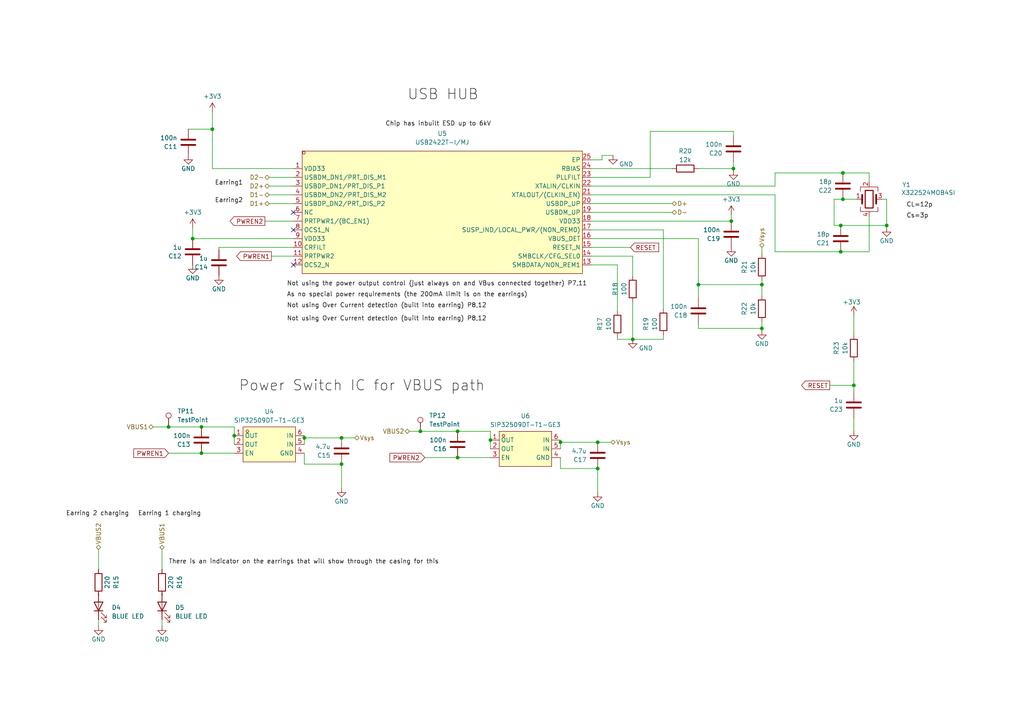
<source format=kicad_sch>
(kicad_sch (version 20230121) (generator eeschema)
  (paper "A4")
  (lib_symbols
    (symbol "Connector:TestPoint" (pin_numbers hide) (pin_names (offset 0.762) hide)
      (property "Reference" "TP" (at 0 6.858 0))
      (property "Value" "TestPoint" (at 0 5.08 0))
      (symbol "TestPoint_0_1"
        (circle (center 0 3.302) (radius 0.762))
      )
      (symbol "TestPoint_1_1"
        (pin passive line (at 0 0 90) (length 2.54) (name "1") (number "1"))
      )
    )
    (symbol "Device:C" (pin_numbers hide) (pin_names (offset 0.254))
      (property "Reference" "C" (at 0.635 2.54 0))
      (property "Value" "C" (at 0.635 -2.54 0))
      (symbol "C_0_1"
        (polyline (pts (xy -2.032 -0.762) (xy 2.032 -0.762)) (stroke (width 0.508)))
        (polyline (pts (xy -2.032 0.762) (xy 2.032 0.762)) (stroke (width 0.508)))
      )
      (symbol "C_1_1"
        (pin passive line (at 0 3.81 270) (length 2.794) (name "~") (number "1"))
        (pin passive line (at 0 -3.81 90) (length 2.794) (name "~") (number "2"))
      )
    )
    (symbol "Device:Crystal_GND24" (pin_names (offset 1.016) hide)
      (property "Reference" "Y" (at 3.175 5.08 0))
      (property "Value" "Crystal_GND24" (at 3.175 3.175 0))
      (symbol "Crystal_GND24_0_1"
        (rectangle (start -1.143 2.54) (end 1.143 -2.54) (stroke (width 0.3048)))
        (polyline (pts (xy -2.54 0) (xy -2.032 0)))
        (polyline (pts (xy -2.032 -1.27) (xy -2.032 1.27)) (stroke (width 0.508)))
        (polyline (pts (xy 0 -3.81) (xy 0 -3.556)))
        (polyline (pts (xy 0 3.556) (xy 0 3.81)))
        (polyline (pts (xy 2.032 -1.27) (xy 2.032 1.27)) (stroke (width 0.508)))
        (polyline (pts (xy 2.032 0) (xy 2.54 0)))
        (polyline (pts (xy -2.54 -2.286) (xy -2.54 -3.556) (xy 2.54 -3.556) (xy 2.54 -2.286)))
        (polyline (pts (xy -2.54 2.286) (xy -2.54 3.556) (xy 2.54 3.556) (xy 2.54 2.286)))
      )
      (symbol "Crystal_GND24_1_1"
        (pin passive line (at -3.81 0 0) (length 1.27) (name "1") (number "1"))
        (pin passive line (at 0 5.08 270) (length 1.27) (name "2") (number "2"))
        (pin passive line (at 3.81 0 180) (length 1.27) (name "3") (number "3"))
        (pin passive line (at 0 -5.08 90) (length 1.27) (name "4") (number "4"))
      )
    )
    (symbol "Device:LED" (pin_numbers hide) (pin_names (offset 1.016) hide)
      (property "Reference" "D" (at 0 2.54 0))
      (property "Value" "LED" (at 0 -2.54 0))
      (symbol "LED_0_1"
        (polyline (pts (xy -1.27 -1.27) (xy -1.27 1.27)) (stroke (width 0.254)))
        (polyline (pts (xy -1.27 0) (xy 1.27 0)))
        (polyline (pts (xy 1.27 -1.27) (xy 1.27 1.27) (xy -1.27 0) (xy 1.27 -1.27)) (stroke (width 0.254)))
        (polyline (pts (xy -3.048 -0.762) (xy -4.572 -2.286) (xy -3.81 -2.286) (xy -4.572 -2.286) (xy -4.572 -1.524)))
        (polyline (pts (xy -1.778 -0.762) (xy -3.302 -2.286) (xy -2.54 -2.286) (xy -3.302 -2.286) (xy -3.302 -1.524)))
      )
      (symbol "LED_1_1"
        (pin passive line (at -3.81 0 0) (length 2.54) (name "K") (number "1"))
        (pin passive line (at 3.81 0 180) (length 2.54) (name "A") (number "2"))
      )
    )
    (symbol "Device:R" (pin_numbers hide) (pin_names (offset 0))
      (property "Reference" "R" (at 2.032 0 90))
      (property "Value" "R" (at 0 0 90))
      (symbol "R_0_1"
        (rectangle (start -1.016 -2.54) (end 1.016 2.54) (stroke (width 0.254)))
      )
      (symbol "R_1_1"
        (pin passive line (at 0 3.81 270) (length 1.27) (name "~") (number "1"))
        (pin passive line (at 0 -3.81 90) (length 1.27) (name "~") (number "2"))
      )
    )
    (symbol "easyeda2kicad:SIP32509DT-T1-GE3"
      (property "Reference" "U" (at 0 7.62 0))
      (property "Value" "SIP32509DT-T1-GE3" (at 0 -7.62 0))
      (symbol "SIP32509DT-T1-GE3_0_1"
        (rectangle (start -7.62 5.08) (end 7.62 -5.08) (fill (type background)))
        (circle (center -6.35 3.81) (radius 0.38))
        (pin unspecified line (at -10.16 2.54 0) (length 2.54) (name "OUT") (number "1"))
        (pin unspecified line (at -10.16 0 0) (length 2.54) (name "OUT") (number "2"))
        (pin unspecified line (at -10.16 -2.54 0) (length 2.54) (name "EN") (number "3"))
        (pin unspecified line (at 10.16 -2.54 180) (length 2.54) (name "GND") (number "4"))
        (pin unspecified line (at 10.16 0 180) (length 2.54) (name "IN") (number "5"))
        (pin unspecified line (at 10.16 2.54 180) (length 2.54) (name "IN") (number "6"))
      )
    )
    (symbol "easyeda2kicad:USB2422T-I_MJ"
      (property "Reference" "U" (at 0 20.32 0))
      (property "Value" "USB2422T-I/MJ" (at 0 -20.32 0))
      (symbol "USB2422T-I_MJ_0_1"
        (rectangle (start -40.64 17.78) (end 40.64 -17.78) (fill (type background)))
        (circle (center -40.13 17.27) (radius 0.38))
        (pin unspecified line (at -43.18 12.7 0) (length 2.54) (name "VDD33") (number "1"))
        (pin unspecified line (at -43.18 -10.16 0) (length 2.54) (name "CRFILT") (number "10"))
        (pin unspecified line (at -43.18 -12.7 0) (length 2.54) (name "PRTPWR2") (number "11"))
        (pin unspecified line (at -43.18 -15.24 0) (length 2.54) (name "OCS2_N") (number "12"))
        (pin unspecified line (at 43.18 -15.24 180) (length 2.54) (name "SMBDATA/NON_REM1") (number "13"))
        (pin unspecified line (at 43.18 -12.7 180) (length 2.54) (name "SMBCLK/CFG_SEL0") (number "14"))
        (pin unspecified line (at 43.18 -10.16 180) (length 2.54) (name "RESET_N") (number "15"))
        (pin unspecified line (at 43.18 -7.62 180) (length 2.54) (name "VBUS_DET") (number "16"))
        (pin unspecified line (at 43.18 -5.08 180) (length 2.54) (name "SUSP_IND/LOCAL_PWR/(NON_REM0)") (number "17"))
        (pin unspecified line (at 43.18 -2.54 180) (length 2.54) (name "VDD33") (number "18"))
        (pin unspecified line (at 43.18 0 180) (length 2.54) (name "USBDM_UP") (number "19"))
        (pin unspecified line (at -43.18 10.16 0) (length 2.54) (name "USBDM_DN1/PRT_DIS_M1") (number "2"))
        (pin unspecified line (at 43.18 2.54 180) (length 2.54) (name "USBDP_UP") (number "20"))
        (pin unspecified line (at 43.18 5.08 180) (length 2.54) (name "XTALOUT/(CLKIN_EN)") (number "21"))
        (pin unspecified line (at 43.18 7.62 180) (length 2.54) (name "XTALIN/CLKIN") (number "22"))
        (pin unspecified line (at 43.18 10.16 180) (length 2.54) (name "PLLFILT") (number "23"))
        (pin unspecified line (at 43.18 12.7 180) (length 2.54) (name "RBIAS") (number "24"))
        (pin unspecified line (at 43.18 15.24 180) (length 2.54) (name "EP") (number "25"))
        (pin unspecified line (at -43.18 7.62 0) (length 2.54) (name "USBDP_DN1/PRT_DIS_P1") (number "3"))
        (pin unspecified line (at -43.18 5.08 0) (length 2.54) (name "USBDM_DN2/PRT_DIS_M2") (number "4"))
        (pin unspecified line (at -43.18 2.54 0) (length 2.54) (name "USBDP_DN2/PRT_DIS_P2") (number "5"))
        (pin unspecified line (at -43.18 0 0) (length 2.54) (name "NC") (number "6"))
        (pin unspecified line (at -43.18 -2.54 0) (length 2.54) (name "PRTPWR1/(BC_EN1)") (number "7"))
        (pin unspecified line (at -43.18 -5.08 0) (length 2.54) (name "OCS1_N") (number "8"))
        (pin unspecified line (at -43.18 -7.62 0) (length 2.54) (name "VDD33") (number "9"))
      )
    )
    (symbol "power:+3V3" (power) (pin_names (offset 0))
      (property "Value" "+3V3" (at 0 3.556 0))
      (symbol "+3V3_0_1"
        (polyline (pts (xy -0.762 1.27) (xy 0 2.54)))
        (polyline (pts (xy 0 0) (xy 0 2.54)))
        (polyline (pts (xy 0 2.54) (xy 0.762 1.27)))
      )
      (symbol "+3V3_1_1"
        (pin power_in line (at 0 0 90) (length 0) hide (name "+3V3") (number "1"))
      )
    )
    (symbol "power:GND" (power) (pin_names (offset 0))
      (property "Value" "GND" (at 0 -3.81 0))
      (symbol "GND_0_1"
        (polyline (pts (xy 0 0) (xy 0 -1.27) (xy 1.27 -1.27) (xy 0 -2.54) (xy -1.27 -1.27) (xy 0 -1.27)))
      )
      (symbol "GND_1_1"
        (pin power_in line (at 0 0 270) (length 0) hide (name "GND") (number "1"))
      )
    )
  )
  (junction (at 99.06 127))
  (junction (at 243.84 73.025))
  (junction (at 183.515 98.425))
  (junction (at 244.475 57.785))
  (junction (at 212.725 48.895))
  (junction (at 247.65 111.76))
  (junction (at 132.715 132.715))
  (junction (at 173.355 128.27))
  (junction (at 48.895 123.825))
  (junction (at 88.265 127))
  (junction (at 58.42 123.825))
  (junction (at 162.56 128.27))
  (junction (at 202.565 82.55))
  (junction (at 220.98 95.25))
  (junction (at 99.06 134.62))
  (junction (at 121.92 125.095))
  (junction (at 243.84 65.405))
  (junction (at 67.945 126.365))
  (junction (at 132.715 125.095))
  (junction (at 55.88 69.215))
  (junction (at 220.98 82.55))
  (junction (at 212.09 64.135))
  (junction (at 142.24 127.635))
  (junction (at 244.475 50.165))
  (junction (at 173.355 135.89))
  (junction (at 61.595 37.465))
  (junction (at 58.42 131.445))
  (junction (at 257.175 65.405))
  (no_connect (at 85.09 66.675))
  (no_connect (at 85.09 61.595))
  (no_connect (at 85.09 76.835))
  (wire (pts (xy 244.475 50.165) (xy 252.095 50.165)))
  (wire (pts (xy 247.65 111.76) (xy 247.65 104.775)))
  (wire (pts (xy 99.06 127) (xy 102.87 127)))
  (wire (pts (xy 220.98 95.885) (xy 220.98 95.25)))
  (wire (pts (xy 188.595 38.1) (xy 212.725 38.1)))
  (wire (pts (xy 55.88 66.04) (xy 55.88 69.215)))
  (wire (pts (xy 212.725 49.53) (xy 212.725 48.895)))
  (wire (pts (xy 67.945 123.825) (xy 67.945 126.365)))
  (wire (pts (xy 220.98 85.725) (xy 220.98 82.55)))
  (wire (pts (xy 171.45 59.055) (xy 194.945 59.055)))
  (wire (pts (xy 179.07 98.425) (xy 179.07 97.79)))
  (wire (pts (xy 220.98 95.25) (xy 220.98 93.345)))
  (wire (pts (xy 118.745 125.095) (xy 121.92 125.095)))
  (wire (pts (xy 171.45 61.595) (xy 194.945 61.595)))
  (wire (pts (xy 63.5 72.39) (xy 63.5 71.755)))
  (wire (pts (xy 220.98 73.66) (xy 220.98 71.755)))
  (wire (pts (xy 182.88 71.755) (xy 171.45 71.755)))
  (wire (pts (xy 171.45 74.295) (xy 183.515 74.295)))
  (wire (pts (xy 162.56 135.89) (xy 162.56 132.715)))
  (wire (pts (xy 188.595 51.435) (xy 188.595 38.1)))
  (wire (pts (xy 54.61 37.465) (xy 61.595 37.465)))
  (wire (pts (xy 248.285 57.785) (xy 244.475 57.785)))
  (wire (pts (xy 202.565 82.55) (xy 202.565 69.215)))
  (wire (pts (xy 220.98 81.28) (xy 220.98 82.55)))
  (wire (pts (xy 202.565 82.55) (xy 202.565 86.36)))
  (wire (pts (xy 55.88 69.215) (xy 85.09 69.215)))
  (wire (pts (xy 171.45 64.135) (xy 212.09 64.135)))
  (wire (pts (xy 46.99 159.385) (xy 46.99 165.1)))
  (wire (pts (xy 202.565 95.25) (xy 202.565 93.98)))
  (wire (pts (xy 88.265 127) (xy 88.265 128.905)))
  (wire (pts (xy 257.175 57.785) (xy 255.905 57.785)))
  (wire (pts (xy 247.65 91.44) (xy 247.65 97.155)))
  (wire (pts (xy 132.715 132.715) (xy 142.24 132.715)))
  (wire (pts (xy 244.475 57.785) (xy 241.935 57.785)))
  (wire (pts (xy 142.24 127.635) (xy 142.24 130.175)))
  (wire (pts (xy 171.45 48.895) (xy 194.945 48.895)))
  (wire (pts (xy 183.515 98.425) (xy 179.07 98.425)))
  (wire (pts (xy 247.65 111.76) (xy 247.65 113.665)))
  (wire (pts (xy 241.935 57.785) (xy 241.935 65.405)))
  (wire (pts (xy 162.56 128.27) (xy 162.56 130.175)))
  (wire (pts (xy 171.45 51.435) (xy 188.595 51.435)))
  (wire (pts (xy 224.79 73.025) (xy 243.84 73.025)))
  (wire (pts (xy 88.265 134.62) (xy 88.265 131.445)))
  (wire (pts (xy 183.515 80.01) (xy 183.515 74.295)))
  (wire (pts (xy 174.625 46.355) (xy 171.45 46.355)))
  (wire (pts (xy 192.405 97.155) (xy 192.405 98.425)))
  (wire (pts (xy 28.575 179.705) (xy 28.575 181.61)))
  (wire (pts (xy 243.84 65.405) (xy 257.175 65.405)))
  (wire (pts (xy 173.355 135.89) (xy 162.56 135.89)))
  (wire (pts (xy 202.565 95.25) (xy 220.98 95.25)))
  (wire (pts (xy 46.99 172.72) (xy 46.99 172.085)))
  (wire (pts (xy 78.105 56.515) (xy 85.09 56.515)))
  (wire (pts (xy 61.595 37.465) (xy 61.595 48.895)))
  (wire (pts (xy 240.665 111.76) (xy 247.65 111.76)))
  (wire (pts (xy 88.265 127) (xy 99.06 127)))
  (wire (pts (xy 48.895 123.825) (xy 58.42 123.825)))
  (wire (pts (xy 67.945 126.365) (xy 67.945 128.905)))
  (wire (pts (xy 132.715 125.095) (xy 142.24 125.095)))
  (wire (pts (xy 78.105 59.055) (xy 85.09 59.055)))
  (wire (pts (xy 61.595 32.385) (xy 61.595 37.465)))
  (wire (pts (xy 28.575 172.72) (xy 28.575 172.085)))
  (wire (pts (xy 174.625 45.085) (xy 174.625 46.355)))
  (wire (pts (xy 58.42 123.825) (xy 67.945 123.825)))
  (wire (pts (xy 171.45 66.675) (xy 192.405 66.675)))
  (wire (pts (xy 76.835 64.135) (xy 85.09 64.135)))
  (wire (pts (xy 252.095 73.025) (xy 252.095 62.865)))
  (wire (pts (xy 123.19 132.715) (xy 132.715 132.715)))
  (wire (pts (xy 243.84 73.025) (xy 252.095 73.025)))
  (wire (pts (xy 212.725 46.99) (xy 212.725 48.895)))
  (wire (pts (xy 224.79 50.165) (xy 244.475 50.165)))
  (wire (pts (xy 241.935 65.405) (xy 243.84 65.405)))
  (wire (pts (xy 224.79 73.025) (xy 224.79 56.515)))
  (wire (pts (xy 48.895 131.445) (xy 58.42 131.445)))
  (wire (pts (xy 257.175 65.405) (xy 257.175 57.785)))
  (wire (pts (xy 162.56 128.27) (xy 162.56 127.635)))
  (wire (pts (xy 44.45 123.825) (xy 48.895 123.825)))
  (wire (pts (xy 177.8 45.085) (xy 174.625 45.085)))
  (wire (pts (xy 171.45 69.215) (xy 202.565 69.215)))
  (wire (pts (xy 99.06 141.605) (xy 99.06 134.62)))
  (wire (pts (xy 212.725 38.1) (xy 212.725 39.37)))
  (wire (pts (xy 63.5 71.755) (xy 85.09 71.755)))
  (wire (pts (xy 171.45 56.515) (xy 224.79 56.515)))
  (wire (pts (xy 121.92 125.095) (xy 132.715 125.095)))
  (wire (pts (xy 162.56 128.27) (xy 173.355 128.27)))
  (wire (pts (xy 171.45 53.975) (xy 224.79 53.975)))
  (wire (pts (xy 192.405 89.535) (xy 192.405 66.675)))
  (wire (pts (xy 202.565 48.895) (xy 212.725 48.895)))
  (wire (pts (xy 78.74 74.295) (xy 85.09 74.295)))
  (wire (pts (xy 99.06 134.62) (xy 88.265 134.62)))
  (wire (pts (xy 88.265 127) (xy 88.265 126.365)))
  (wire (pts (xy 46.99 179.705) (xy 46.99 181.61)))
  (wire (pts (xy 252.095 50.165) (xy 252.095 52.705)))
  (wire (pts (xy 58.42 131.445) (xy 67.945 131.445)))
  (wire (pts (xy 28.575 159.385) (xy 28.575 165.1)))
  (wire (pts (xy 247.65 121.285) (xy 247.65 125.095)))
  (wire (pts (xy 224.79 50.165) (xy 224.79 53.975)))
  (wire (pts (xy 179.07 90.17) (xy 179.07 76.835)))
  (wire (pts (xy 212.09 62.23) (xy 212.09 64.135)))
  (wire (pts (xy 142.24 125.095) (xy 142.24 127.635)))
  (wire (pts (xy 192.405 98.425) (xy 183.515 98.425)))
  (wire (pts (xy 173.355 142.875) (xy 173.355 135.89)))
  (wire (pts (xy 78.105 51.435) (xy 85.09 51.435)))
  (wire (pts (xy 183.515 87.63) (xy 183.515 98.425)))
  (wire (pts (xy 257.175 66.04) (xy 257.175 65.405)))
  (wire (pts (xy 78.105 53.975) (xy 85.09 53.975)))
  (wire (pts (xy 85.09 48.895) (xy 61.595 48.895)))
  (wire (pts (xy 202.565 82.55) (xy 220.98 82.55)))
  (wire (pts (xy 171.45 76.835) (xy 179.07 76.835)))
  (wire (pts (xy 173.355 128.27) (xy 177.165 128.27)))
  (label "Earring2" (at 70.485 59.055 180))
  (label "USB HUB" (at 118.11 29.845 0) (effects (font (size 3 3))))
  (label "Cs=3p" (at 262.89 63.5 0))
  (label "Earring 2 charging" (at 37.465 149.86 180))
  (label "Not using Over Current detection (built into earring) P8,12" (at 83.185 93.345 0))
  (label "Earring 1 charging" (at 40.005 149.86 0))
  (label "Chip has inbuilt ESD up to 6kV" (at 111.76 36.83 0))
  (label "CL=12p" (at 262.89 60.325 0))
  (label "Not using the power output control (just always on and VBus connected together) P7,11" (at 83.185 83.185 0))
  (label "Power Switch IC for VBUS path" (at 69.215 114.3 0) (effects (font (size 3 3))))
  (label "There is an indicator on the earrings that will show through the casing for this" (at 48.895 163.83 0))
  (label "Earring1" (at 70.485 53.975 180))
  (label "As no special power requirements (the 200mA limit is on the earrings)" (at 83.185 86.36 0))
  (label "Not using Over Current detection (built into earring) P8,12" (at 83.185 89.535 0))
  (global_label "PWREN1" (shape output) (at 78.74 74.295 180) (property "Intersheetrefs" "${INTERSHEET_REFS}" (effects hide)))
  (global_label "PWREN1" (shape input) (at 48.895 131.445 180) (property "Intersheetrefs" "${INTERSHEET_REFS}" (effects hide)))
  (global_label "RESET" (shape input) (at 182.88 71.755 0) (property "Intersheetrefs" "${INTERSHEET_REFS}" (effects hide)))
  (global_label "PWREN2" (shape output) (at 76.835 64.135 180) (property "Intersheetrefs" "${INTERSHEET_REFS}" (effects hide)))
  (global_label "PWREN2" (shape input) (at 123.19 132.715 180) (property "Intersheetrefs" "${INTERSHEET_REFS}" (effects hide)))
  (global_label "RESET" (shape output) (at 240.665 111.76 180) (property "Intersheetrefs" "${INTERSHEET_REFS}" (effects hide)))
  (hierarchical_label "D-" (shape bidirectional) (at 194.945 61.595 0))
  (hierarchical_label "Vsys" (shape bidirectional) (at 220.98 71.755 90))
  (hierarchical_label "Vsys" (shape bidirectional) (at 102.87 127 0))
  (hierarchical_label "D1-" (shape bidirectional) (at 78.105 56.515 180))
  (hierarchical_label "D+" (shape bidirectional) (at 194.945 59.055 0))
  (hierarchical_label "VBUS1" (shape bidirectional) (at 44.45 123.825 180))
  (hierarchical_label "D2+" (shape bidirectional) (at 78.105 53.975 180))
  (hierarchical_label "VBUS1" (shape bidirectional) (at 46.99 159.385 90))
  (hierarchical_label "D1+" (shape bidirectional) (at 78.105 59.055 180))
  (hierarchical_label "VBUS2" (shape bidirectional) (at 28.575 159.385 90))
  (hierarchical_label "D2-" (shape bidirectional) (at 78.105 51.435 180))
  (hierarchical_label "VBUS2" (shape bidirectional) (at 118.745 125.095 180))
  (hierarchical_label "Vsys" (shape bidirectional) (at 177.165 128.27 0))
  (symbol (lib_id "Device:R") (at 28.575 168.91 0) (unit 1)
    (property "Reference" "R15" (at 33.655 168.91 90))
    (property "Value" "220" (at 31.115 168.91 90))
    (property "Footprint" "Resistor_SMD:R_0402_1005Metric_Pad0.72x0.64mm_HandSolder" (effects hide))
    (property "LCSC Part" "C112291" (effects hide))
    (instances (project "Combine" (path "" (reference "R15") (unit 1))) (project "Dock" (path "" (reference "R13") (unit 1))) (project "BLEEarrings" (path "" (reference "R8") (unit 1)) (path "" (reference "R2") (unit 1))))
  )
  (symbol (lib_id "easyeda2kicad:SIP32509DT-T1-GE3") (at 152.4 130.175 0) (unit 1)
    (property "Reference" "U6" (at 152.4 120.65 0))
    (property "Value" "SIP32509DT-T1-GE3" (at 152.4 123.19 0))
    (property "Footprint" "Package_TO_SOT_SMD:SOT-23-6_Handsoldering" (effects hide))
    (property "Datasheet" "https://lcsc.com/product-detail/Others_Vishay-Intertech-SIP32509DT-T1-GE3_C335619.html" (effects hide))
    (property "LCSC Part" "C335619" (effects hide))
  )
  (symbol (lib_id "Connector:TestPoint") (at 121.92 125.095 0) (unit 1)
    (property "Reference" "TP12" (at 124.46 120.523 0) (effects (justify left)))
    (property "Value" "TestPoint" (at 124.46 123.063 0) (effects (justify left)))
    (property "Footprint" "TestPoint:TestPoint_Pad_D1.0mm" (effects hide))
    (instances (project "Combine" (path "" (reference "TP12") (unit 1))) (project "Dock" (path "" (reference "TP1") (unit 1)) (path "" (reference "TP6") (unit 1)) (path "" (reference "TP4") (unit 1))))
  )
  (symbol (lib_id "Device:C") (at 212.09 67.945 180) (unit 1)
    (property "Reference" "C19" (at 208.915 69.215 0) (effects (justify left)))
    (property "Value" "100n" (at 208.915 66.675 0) (effects (justify left)))
    (property "Footprint" "Capacitor_SMD:C_0402_1005Metric_Pad0.74x0.62mm_HandSolder" (effects hide))
    (property "LCSC Part" "C60474 " (effects hide))
    (instances (project "Combine" (path "" (reference "C19") (unit 1))) (project "Dock" (path "" (reference "C7") (unit 1))) (project "BLEEarrings" (path "" (reference "C16") (unit 1))))
  )
  (symbol (lib_id "Device:C") (at 54.61 41.275 180) (unit 1)
    (property "Reference" "C11" (at 51.435 42.545 0) (effects (justify left)))
    (property "Value" "100n" (at 51.435 40.005 0) (effects (justify left)))
    (property "Footprint" "Capacitor_SMD:C_0402_1005Metric_Pad0.74x0.62mm_HandSolder" (effects hide))
    (property "LCSC Part" "C60474 " (effects hide))
    (instances (project "Combine" (path "" (reference "C11") (unit 1))) (project "Dock" (path "" (reference "C3") (unit 1))) (project "BLEEarrings" (path "" (reference "C16") (unit 1))))
  )
  (symbol (lib_id "Device:R") (at 46.99 168.91 0) (unit 1)
    (property "Reference" "R16" (at 52.07 168.91 90))
    (property "Value" "220" (at 49.53 168.91 90))
    (property "Footprint" "Resistor_SMD:R_0402_1005Metric_Pad0.72x0.64mm_HandSolder" (effects hide))
    (property "LCSC Part" "C112291" (effects hide))
    (instances (project "Combine" (path "" (reference "R16") (unit 1))) (project "Dock" (path "" (reference "R12") (unit 1))) (project "BLEEarrings" (path "" (reference "R8") (unit 1)) (path "" (reference "R2") (unit 1))))
  )
  (symbol (lib_id "Device:R") (at 247.65 100.965 180) (unit 1)
    (property "Reference" "R23" (at 242.57 100.965 90))
    (property "Value" "10k" (at 245.11 100.965 90))
    (property "Footprint" "Resistor_SMD:R_0402_1005Metric_Pad0.72x0.64mm_HandSolder" (effects hide))
    (property "LCSC Part" "C60490 " (effects hide))
    (instances (project "Combine" (path "" (reference "R23") (unit 1))) (project "Dock" (path "" (reference "R3") (unit 1))) (project "BLEEarrings" (path "" (reference "R8") (unit 1)) (path "" (reference "R2") (unit 1))))
  )
  (symbol (lib_id "Connector:TestPoint") (at 48.895 123.825 0) (unit 1)
    (property "Reference" "TP11" (at 51.435 119.253 0) (effects (justify left)))
    (property "Value" "TestPoint" (at 51.435 121.793 0) (effects (justify left)))
    (property "Footprint" "TestPoint:TestPoint_Pad_D1.0mm" (effects hide))
    (instances (project "Combine" (path "" (reference "TP11") (unit 1))) (project "Dock" (path "" (reference "TP1") (unit 1)) (path "" (reference "TP6") (unit 1)) (path "" (reference "TP3") (unit 1))))
  )
  (symbol (lib_id "power:GND") (at 257.175 66.04 0) (unit 1)
    (property "Reference" "#PWR029" (effects hide))
    (property "Value" "GND" (at 257.175 69.85 0))
    (instances (project "Combine" (path "" (reference "#PWR029") (unit 1))) (project "Dock" (path "" (reference "#PWR07") (unit 1))) (project "BLEEarrings" (path "" (reference "#PWR013") (unit 1))))
  )
  (symbol (lib_id "easyeda2kicad:USB2422T-I_MJ") (at 128.27 61.595 0) (unit 1)
    (property "Reference" "U5" (at 128.27 38.735 0))
    (property "Value" "USB2422T-I/MJ" (at 128.27 41.275 0))
    (property "Footprint" "Package_DFN_QFN:HVQFN-24-1EP_4x4mm_P0.5mm_EP2.5x2.5mm_ThermalVias" (effects hide))
    (property "LCSC Part" "C622610" (effects hide))
    (instances (project "Combine" (path "" (reference "U5") (unit 1))) (project "Dock" (path "" (reference "U1") (unit 1))))
  )
  (symbol (lib_id "Device:C") (at 173.355 132.08 180) (unit 1)
    (property "Reference" "C17" (at 170.18 133.35 0) (effects (justify left)))
    (property "Value" "4.7u" (at 170.18 130.81 0) (effects (justify left)))
    (property "Footprint" "Capacitor_SMD:C_0402_1005Metric_Pad0.74x0.62mm_HandSolder" (effects hide))
    (instances (project "Combine" (path "" (reference "C17") (unit 1))) (project "Dock" (path "" (reference "C23") (unit 1))) (project "BLEEarrings" (path "" (reference "C16") (unit 1))))
  )
  (symbol (lib_id "power:GND") (at 173.355 142.875 0) (unit 1)
    (property "Reference" "#PWR020" (effects hide))
    (property "Value" "GND" (at 173.355 146.685 0))
    (instances (project "Combine" (path "" (reference "#PWR020") (unit 1))) (project "Dock" (path "" (reference "#PWR028") (unit 1))) (project "BLEEarrings" (path "" (reference "#PWR013") (unit 1))))
  )
  (symbol (lib_id "power:+3V3") (at 55.88 66.04 0) (mirror y) (unit 1)
    (property "Reference" "#PWR015" (effects hide))
    (property "Value" "+3V3" (at 55.88 61.595 0))
    (instances (project "Combine" (path "" (reference "#PWR015") (unit 1))) (project "Dock" (path "" (reference "#PWR05") (unit 1))))
  )
  (symbol (lib_id "Device:R") (at 198.755 48.895 270) (mirror x) (unit 1)
    (property "Reference" "R20" (at 198.755 43.815 90))
    (property "Value" "12k" (at 198.755 46.355 90))
    (property "Footprint" "Resistor_SMD:R_0402_1005Metric_Pad0.72x0.64mm_HandSolder" (effects hide))
    (property "LCSC Part" "C137923" (effects hide))
    (instances (project "Combine" (path "" (reference "R20") (unit 1))) (project "Dock" (path "" (reference "R9") (unit 1))) (project "BLEEarrings" (path "" (reference "R8") (unit 1)) (path "" (reference "R2") (unit 1))))
  )
  (symbol (lib_id "Device:R") (at 220.98 89.535 180) (unit 1)
    (property "Reference" "R22" (at 215.9 89.535 90))
    (property "Value" "10k" (at 218.44 89.535 90))
    (property "Footprint" "Resistor_SMD:R_0402_1005Metric_Pad0.72x0.64mm_HandSolder" (effects hide))
    (instances (project "Combine" (path "" (reference "R22") (unit 1))) (project "Dock" (path "" (reference "R2") (unit 1))) (project "BLEEarrings" (path "" (reference "R8") (unit 1)) (path "" (reference "R2") (unit 1))))
  )
  (symbol (lib_id "Device:Crystal_GND24") (at 252.095 57.785 0) (unit 1)
    (property "Reference" "Y1" (at 262.89 53.5941 0))
    (property "Value" "X322524MOB4SI" (at 269.24 55.88 0))
    (property "Footprint" "easyeda2kicad:CRYSTAL-SMD_4P-L3.2-W2.5-BL" (effects hide))
    (property "LCSC Part" "C70590 " (effects hide))
  )
  (symbol (lib_id "power:GND") (at 177.8 45.085 0) (unit 1)
    (property "Reference" "#PWR021" (effects hide))
    (property "Value" "GND" (at 181.61 47.625 0))
    (instances (project "Combine" (path "" (reference "#PWR021") (unit 1))) (project "Dock" (path "" (reference "#PWR029") (unit 1))) (project "BLEEarrings" (path "" (reference "#PWR013") (unit 1))))
  )
  (symbol (lib_id "Device:C") (at 63.5 76.2 180) (unit 1)
    (property "Reference" "C14" (at 60.325 77.47 0) (effects (justify left)))
    (property "Value" "1u" (at 60.325 74.93 0) (effects (justify left)))
    (property "Footprint" "Capacitor_SMD:C_0402_1005Metric_Pad0.74x0.62mm_HandSolder" (effects hide))
    (property "LCSC Part" "C14445 " (effects hide))
    (instances (project "Combine" (path "" (reference "C14") (unit 1))) (project "Dock" (path "" (reference "C8") (unit 1))) (project "BLEEarrings" (path "" (reference "C16") (unit 1))))
  )
  (symbol (lib_id "Device:C") (at 55.88 73.025 180) (unit 1)
    (property "Reference" "C12" (at 52.705 74.295 0) (effects (justify left)))
    (property "Value" "1u" (at 52.705 71.755 0) (effects (justify left)))
    (property "Footprint" "Capacitor_SMD:C_0402_1005Metric_Pad0.74x0.62mm_HandSolder" (effects hide))
    (property "LCSC Part" "C14445 " (effects hide))
    (instances (project "Combine" (path "" (reference "C12") (unit 1))) (project "Dock" (path "" (reference "C4") (unit 1))) (project "BLEEarrings" (path "" (reference "C16") (unit 1))))
  )
  (symbol (lib_id "power:GND") (at 220.98 95.885 0) (unit 1)
    (property "Reference" "#PWR026" (effects hide))
    (property "Value" "GND" (at 220.98 99.695 0))
    (instances (project "Combine" (path "" (reference "#PWR026") (unit 1))) (project "Dock" (path "" (reference "#PWR06") (unit 1))) (project "BLEEarrings" (path "" (reference "#PWR013") (unit 1))))
  )
  (symbol (lib_id "Device:C") (at 202.565 90.17 180) (unit 1)
    (property "Reference" "C18" (at 199.39 91.44 0) (effects (justify left)))
    (property "Value" "100n" (at 199.39 88.9 0) (effects (justify left)))
    (property "Footprint" "Capacitor_SMD:C_0402_1005Metric_Pad0.74x0.62mm_HandSolder" (effects hide))
    (instances (project "Combine" (path "" (reference "C18") (unit 1))) (project "Dock" (path "" (reference "C10") (unit 1))) (project "BLEEarrings" (path "" (reference "C16") (unit 1))))
  )
  (symbol (lib_id "Device:C") (at 132.715 128.905 180) (unit 1)
    (property "Reference" "C16" (at 129.54 130.175 0) (effects (justify left)))
    (property "Value" "100n" (at 129.54 127.635 0) (effects (justify left)))
    (property "Footprint" "Capacitor_SMD:C_0402_1005Metric_Pad0.74x0.62mm_HandSolder" (effects hide))
    (property "LCSC Part" "C60474 " (effects hide))
    (instances (project "Combine" (path "" (reference "C16") (unit 1))) (project "Dock" (path "" (reference "C22") (unit 1))) (project "BLEEarrings" (path "" (reference "C16") (unit 1))))
  )
  (symbol (lib_id "power:GND") (at 28.575 181.61 0) (unit 1)
    (property "Reference" "#PWR012" (effects hide))
    (property "Value" "GND" (at 28.575 185.42 0))
    (instances (project "Combine" (path "" (reference "#PWR012") (unit 1))) (project "Dock" (path "" (reference "#PWR019") (unit 1))) (project "BLEEarrings" (path "" (reference "#PWR013") (unit 1))))
  )
  (symbol (lib_id "Device:C") (at 247.65 117.475 180) (unit 1)
    (property "Reference" "C23" (at 244.475 118.745 0) (effects (justify left)))
    (property "Value" "1u" (at 244.475 116.205 0) (effects (justify left)))
    (property "Footprint" "Capacitor_SMD:C_0402_1005Metric_Pad0.74x0.62mm_HandSolder" (effects hide))
    (property "LCSC Part" "C14445 " (effects hide))
    (instances (project "Combine" (path "" (reference "C23") (unit 1))) (project "Dock" (path "" (reference "C11") (unit 1))) (project "BLEEarrings" (path "" (reference "C16") (unit 1))))
  )
  (symbol (lib_id "power:GND") (at 247.65 125.095 0) (unit 1)
    (property "Reference" "#PWR028" (effects hide))
    (property "Value" "GND" (at 247.65 128.905 0))
    (instances (project "Combine" (path "" (reference "#PWR028") (unit 1))) (project "Dock" (path "" (reference "#PWR013") (unit 1))) (project "BLEEarrings" (path "" (reference "#PWR013") (unit 1))))
  )
  (symbol (lib_id "power:+3V3") (at 212.09 62.23 0) (mirror y) (unit 1)
    (property "Reference" "#PWR023" (effects hide))
    (property "Value" "+3V3" (at 212.09 57.785 0))
    (instances (project "Combine" (path "" (reference "#PWR023") (unit 1))) (project "Dock" (path "" (reference "#PWR04") (unit 1))))
  )
  (symbol (lib_id "Device:R") (at 179.07 93.98 180) (unit 1)
    (property "Reference" "R17" (at 173.99 93.98 90))
    (property "Value" "100" (at 176.53 93.98 90))
    (property "Footprint" "Resistor_SMD:R_0402_1005Metric_Pad0.72x0.64mm_HandSolder" (effects hide))
    (property "LCSC Part" "C3015757 " (effects hide))
    (instances (project "Combine" (path "" (reference "R17") (unit 1))) (project "Dock" (path "" (reference "R6") (unit 1))) (project "BLEEarrings" (path "" (reference "R8") (unit 1)) (path "" (reference "R2") (unit 1))))
  )
  (symbol (lib_id "Device:R") (at 183.515 83.82 180) (unit 1)
    (property "Reference" "R18" (at 178.435 83.82 90))
    (property "Value" "100" (at 180.975 83.82 90))
    (property "Footprint" "Resistor_SMD:R_0402_1005Metric_Pad0.72x0.64mm_HandSolder" (effects hide))
    (property "LCSC Part" "C3015757 " (effects hide))
    (instances (project "Combine" (path "" (reference "R18") (unit 1))) (project "Dock" (path "" (reference "R8") (unit 1))) (project "BLEEarrings" (path "" (reference "R8") (unit 1)) (path "" (reference "R2") (unit 1))))
  )
  (symbol (lib_id "power:GND") (at 55.88 76.835 0) (unit 1)
    (property "Reference" "#PWR016" (effects hide))
    (property "Value" "GND" (at 55.88 80.645 0))
    (instances (project "Combine" (path "" (reference "#PWR016") (unit 1))) (project "Dock" (path "" (reference "#PWR09") (unit 1))) (project "BLEEarrings" (path "" (reference "#PWR013") (unit 1))))
  )
  (symbol (lib_id "Device:C") (at 212.725 43.18 180) (unit 1)
    (property "Reference" "C20" (at 209.55 44.45 0) (effects (justify left)))
    (property "Value" "100n" (at 209.55 41.91 0) (effects (justify left)))
    (property "Footprint" "Capacitor_SMD:C_0402_1005Metric_Pad0.74x0.62mm_HandSolder" (effects hide))
    (property "LCSC Part" "C60474 " (effects hide))
    (instances (project "Combine" (path "" (reference "C20") (unit 1))) (project "Dock" (path "" (reference "C9") (unit 1))) (project "BLEEarrings" (path "" (reference "C16") (unit 1))))
  )
  (symbol (lib_id "power:GND") (at 46.99 181.61 0) (unit 1)
    (property "Reference" "#PWR013" (effects hide))
    (property "Value" "GND" (at 46.99 185.42 0))
    (instances (project "Combine" (path "" (reference "#PWR013") (unit 1))) (project "Dock" (path "" (reference "#PWR017") (unit 1))) (project "BLEEarrings" (path "" (reference "#PWR013") (unit 1))))
  )
  (symbol (lib_id "Device:C") (at 58.42 127.635 180) (unit 1)
    (property "Reference" "C13" (at 55.245 128.905 0) (effects (justify left)))
    (property "Value" "100n" (at 55.245 126.365 0) (effects (justify left)))
    (property "Footprint" "Capacitor_SMD:C_0402_1005Metric_Pad0.74x0.62mm_HandSolder" (effects hide))
    (property "LCSC Part" "C60474 " (effects hide))
    (instances (project "Combine" (path "" (reference "C13") (unit 1))) (project "Dock" (path "" (reference "C20") (unit 1))) (project "BLEEarrings" (path "" (reference "C16") (unit 1))))
  )
  (symbol (lib_id "easyeda2kicad:SIP32509DT-T1-GE3") (at 78.105 128.905 0) (unit 1)
    (property "Reference" "U4" (at 78.105 119.38 0))
    (property "Value" "SIP32509DT-T1-GE3" (at 78.105 121.92 0))
    (property "Footprint" "Package_TO_SOT_SMD:SOT-23-6_Handsoldering" (effects hide))
    (property "Datasheet" "https://lcsc.com/product-detail/Others_Vishay-Intertech-SIP32509DT-T1-GE3_C335619.html" (effects hide))
    (property "LCSC Part" "C335619" (effects hide))
    (instances (project "Combine" (path "" (reference "U4") (unit 1))) (project "Dock" (path "" (reference "U5") (unit 1))))
  )
  (symbol (lib_id "power:+3V3") (at 61.595 32.385 0) (mirror y) (unit 1)
    (property "Reference" "#PWR017" (effects hide))
    (property "Value" "+3V3" (at 61.595 27.94 0))
    (instances (project "Combine" (path "" (reference "#PWR017") (unit 1))) (project "Dock" (path "" (reference "#PWR018") (unit 1))))
  )
  (symbol (lib_id "power:GND") (at 212.725 49.53 0) (unit 1)
    (property "Reference" "#PWR025" (effects hide))
    (property "Value" "GND" (at 212.725 53.34 0))
    (instances (project "Combine" (path "" (reference "#PWR025") (unit 1))) (project "Dock" (path "" (reference "#PWR012") (unit 1))) (project "BLEEarrings" (path "" (reference "#PWR013") (unit 1))))
  )
  (symbol (lib_id "Device:R") (at 192.405 93.345 180) (unit 1)
    (property "Reference" "R19" (at 187.325 93.98 90))
    (property "Value" "100" (at 189.865 93.98 90))
    (property "Footprint" "Resistor_SMD:R_0402_1005Metric_Pad0.72x0.64mm_HandSolder" (effects hide))
    (property "LCSC Part" "C3015757 " (effects hide))
    (instances (project "Combine" (path "" (reference "R19") (unit 1))) (project "Dock" (path "" (reference "R7") (unit 1))) (project "BLEEarrings" (path "" (reference "R8") (unit 1)) (path "" (reference "R2") (unit 1))))
  )
  (symbol (lib_id "Device:C") (at 99.06 130.81 180) (unit 1)
    (property "Reference" "C15" (at 95.885 132.08 0) (effects (justify left)))
    (property "Value" "4.7u" (at 95.885 129.54 0) (effects (justify left)))
    (property "Footprint" "Capacitor_SMD:C_0402_1005Metric_Pad0.74x0.62mm_HandSolder" (effects hide))
    (instances (project "Combine" (path "" (reference "C15") (unit 1))) (project "Dock" (path "" (reference "C21") (unit 1))) (project "BLEEarrings" (path "" (reference "C16") (unit 1))))
  )
  (symbol (lib_id "Device:R") (at 220.98 77.47 180) (unit 1)
    (property "Reference" "R21" (at 215.9 77.47 90))
    (property "Value" "10k" (at 218.44 77.47 90))
    (property "Footprint" "Resistor_SMD:R_0402_1005Metric_Pad0.72x0.64mm_HandSolder" (effects hide))
    (instances (project "Combine" (path "" (reference "R21") (unit 1))) (project "Dock" (path "" (reference "R1") (unit 1))) (project "BLEEarrings" (path "" (reference "R8") (unit 1)) (path "" (reference "R2") (unit 1))))
  )
  (symbol (lib_id "Device:C") (at 243.84 69.215 180) (unit 1)
    (property "Reference" "C21" (at 240.665 70.485 0) (effects (justify left)))
    (property "Value" "18p" (at 240.665 67.945 0) (effects (justify left)))
    (property "Footprint" "Capacitor_SMD:C_0402_1005Metric_Pad0.74x0.62mm_HandSolder" (effects hide))
    (property "LCSC Part" "C5137554" (effects hide))
    (instances (project "Combine" (path "" (reference "C21") (unit 1))) (project "Dock" (path "" (reference "C2") (unit 1))) (project "BLEEarrings" (path "" (reference "C16") (unit 1))))
  )
  (symbol (lib_id "power:+3V3") (at 247.65 91.44 0) (unit 1)
    (property "Reference" "#PWR027" (effects hide))
    (property "Value" "+3V3" (at 247.015 87.63 0))
    (instances (project "Combine" (path "" (reference "#PWR027") (unit 1))) (project "Dock" (path "" (reference "#PWR014") (unit 1))) (project "BLEEarrings" (path "" (reference "#PWR014") (unit 1))))
  )
  (symbol (lib_id "power:GND") (at 63.5 80.01 0) (unit 1)
    (property "Reference" "#PWR018" (effects hide))
    (property "Value" "GND" (at 63.5 83.82 0))
    (instances (project "Combine" (path "" (reference "#PWR018") (unit 1))) (project "Dock" (path "" (reference "#PWR011") (unit 1))) (project "BLEEarrings" (path "" (reference "#PWR013") (unit 1))))
  )
  (symbol (lib_id "Device:LED") (at 28.575 175.895 90) (unit 1)
    (property "Reference" "D4" (at 32.385 176.2125 90) (effects (justify right)))
    (property "Value" "BLUE LED" (at 32.385 178.7525 90) (effects (justify right)))
    (property "Footprint" "LED_SMD:LED_0603_1608Metric_Pad1.05x0.95mm_HandSolder" (effects hide))
    (property "LCSC Part" "C7371904 " (effects hide))
    (instances (project "Combine" (path "" (reference "D4") (unit 1))) (project "Dock" (path "" (reference "D2") (unit 1))))
  )
  (symbol (lib_id "power:GND") (at 99.06 141.605 0) (unit 1)
    (property "Reference" "#PWR019" (effects hide))
    (property "Value" "GND" (at 99.06 145.415 0))
    (instances (project "Combine" (path "" (reference "#PWR019") (unit 1))) (project "Dock" (path "" (reference "#PWR027") (unit 1))) (project "BLEEarrings" (path "" (reference "#PWR013") (unit 1))))
  )
  (symbol (lib_id "Device:C") (at 244.475 53.975 180) (unit 1)
    (property "Reference" "C22" (at 241.3 55.245 0) (effects (justify left)))
    (property "Value" "18p" (at 241.3 52.705 0) (effects (justify left)))
    (property "Footprint" "Capacitor_SMD:C_0402_1005Metric_Pad0.74x0.62mm_HandSolder" (effects hide))
    (property "LCSC Part" "C5137554" (effects hide))
    (instances (project "Combine" (path "" (reference "C22") (unit 1))) (project "Dock" (path "" (reference "C1") (unit 1))) (project "BLEEarrings" (path "" (reference "C16") (unit 1))))
  )
  (symbol (lib_id "Device:LED") (at 46.99 175.895 90) (unit 1)
    (property "Reference" "D5" (at 50.8 176.2125 90) (effects (justify right)))
    (property "Value" "BLUE LED" (at 50.8 178.7525 90) (effects (justify right)))
    (property "Footprint" "LED_SMD:LED_0603_1608Metric_Pad1.05x0.95mm_HandSolder" (effects hide))
    (property "LCSC Part" "C7371904 " (effects hide))
    (instances (project "Combine" (path "" (reference "D5") (unit 1))) (project "Dock" (path "" (reference "D1") (unit 1))))
  )
  (symbol (lib_id "power:GND") (at 183.515 98.425 0) (unit 1)
    (property "Reference" "#PWR022" (effects hide))
    (property "Value" "GND" (at 187.325 100.965 0))
    (instances (project "Combine" (path "" (reference "#PWR022") (unit 1))) (project "Dock" (path "" (reference "#PWR016") (unit 1))) (project "BLEEarrings" (path "" (reference "#PWR013") (unit 1))))
  )
  (symbol (lib_id "power:GND") (at 54.61 45.085 0) (unit 1)
    (property "Reference" "#PWR014" (effects hide))
    (property "Value" "GND" (at 54.61 48.895 0))
    (instances (project "Combine" (path "" (reference "#PWR014") (unit 1))) (project "Dock" (path "" (reference "#PWR08") (unit 1))) (project "BLEEarrings" (path "" (reference "#PWR013") (unit 1))))
  )
  (symbol (lib_id "power:GND") (at 212.09 71.755 0) (unit 1)
    (property "Reference" "#PWR024" (effects hide))
    (property "Value" "GND" (at 212.09 75.565 0))
    (instances (project "Combine" (path "" (reference "#PWR024") (unit 1))) (project "Dock" (path "" (reference "#PWR010") (unit 1))) (project "BLEEarrings" (path "" (reference "#PWR013") (unit 1))))
  )
)
</source>
